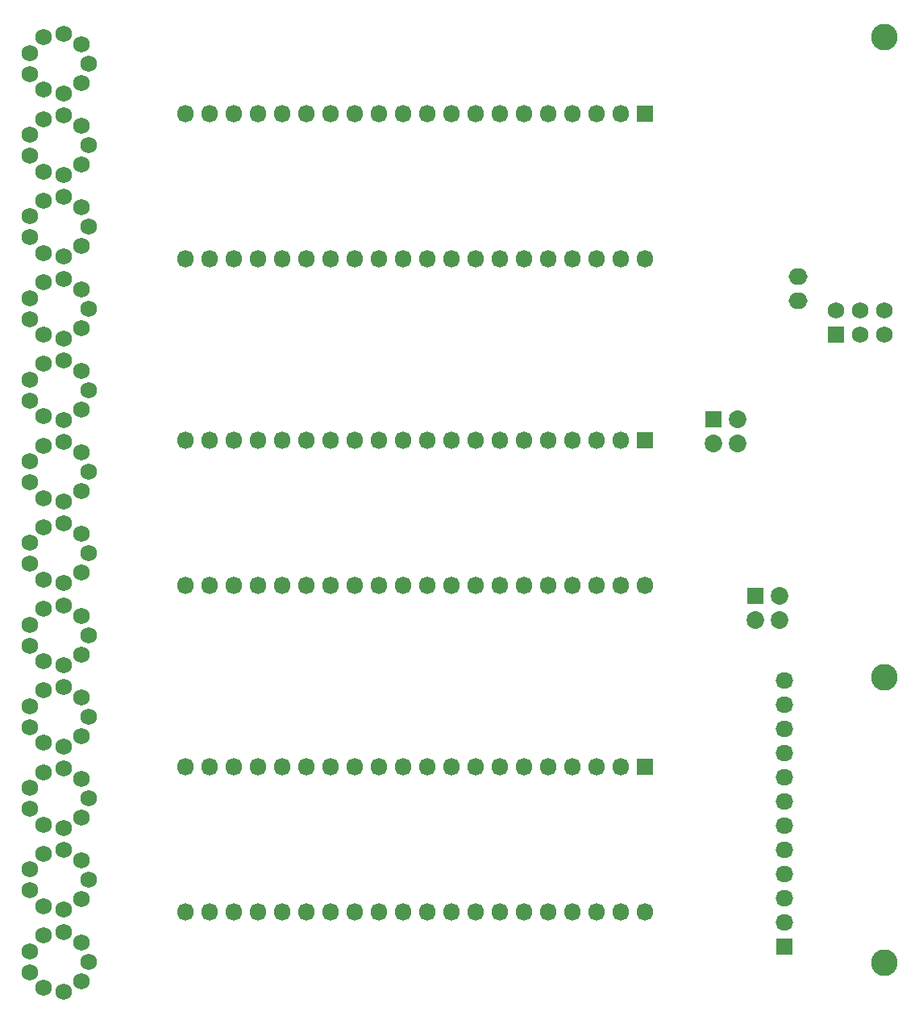
<source format=gbr>
G04 DipTrace 3.1.0.1*
G04 Panal-PCB-rev2-route-component2.BottomMask.gbr*
%MOIN*%
G04 #@! TF.FileFunction,Soldermask,Bot*
G04 #@! TF.Part,Single*
%ADD51C,0.11*%
%ADD67O,0.068031X0.073031*%
%ADD75O,0.078031X0.068031*%
%ADD77R,0.067087X0.067087*%
%ADD79C,0.073031*%
%ADD81O,0.073031X0.068031*%
%ADD83C,0.068031*%
%ADD85R,0.068031X0.068031*%
%FSLAX26Y26*%
G04*
G70*
G90*
G75*
G01*
G04 BotMask*
%LPD*%
D51*
X4028963Y1971995D3*
Y790892D3*
Y4617664D3*
D85*
X3827290Y3390646D3*
D83*
Y3490646D3*
X3927290Y3390646D3*
Y3490646D3*
X4027290Y3390646D3*
Y3490646D3*
D85*
X3614790Y859396D3*
D81*
Y959396D3*
Y1059396D3*
Y1159396D3*
Y1259396D3*
Y1359396D3*
Y1459396D3*
Y1659396D3*
Y1759396D3*
Y1859396D3*
Y1959396D3*
Y1559396D3*
D79*
X3321039Y2940646D3*
X3421039D3*
D77*
X3321039Y3040646D3*
D79*
X3421039D3*
X3496039Y2209396D3*
X3596039D3*
D77*
X3496039Y2309396D3*
D79*
X3596039D3*
D75*
X3671039Y3528147D3*
Y3628147D3*
D77*
X3039790Y4303147D3*
D67*
X2939790D3*
X2839790D3*
X2739790D3*
X2639790D3*
X2539790D3*
X2439790D3*
X2339790D3*
X2239790D3*
X2139790D3*
X2039790D3*
X1939790D3*
X1839790D3*
X1739790D3*
X1639790D3*
X1539790D3*
X1439790D3*
X1339790D3*
X1239790D3*
X1139790D3*
Y3703147D3*
X1239790D3*
X1339790D3*
X1439790D3*
X1539790D3*
X1639790D3*
X1739790D3*
X1839790D3*
X1939790D3*
X2039790D3*
X2139790D3*
X2239790D3*
X2339790D3*
X2439790D3*
X2539790D3*
X2639790D3*
X2739790D3*
X2839790D3*
X2939790D3*
X3039790D3*
D77*
Y2953146D3*
D67*
X2939790D3*
X2839790D3*
X2739790D3*
X2639790D3*
X2539790D3*
X2439790D3*
X2339790D3*
X2239790D3*
X2139790D3*
X2039790D3*
X1939790D3*
X1839790D3*
X1739790D3*
X1639790D3*
X1539790D3*
X1439790D3*
X1339790D3*
X1239790D3*
X1139790D3*
Y2353146D3*
X1239790D3*
X1339790D3*
X1439790D3*
X1539790D3*
X1639790D3*
X1739790D3*
X1839790D3*
X1939790D3*
X2039790D3*
X2139790D3*
X2239790D3*
X2339790D3*
X2439790D3*
X2539790D3*
X2639790D3*
X2739790D3*
X2839790D3*
X2939790D3*
X3039790D3*
D77*
Y1603146D3*
D67*
X2939790D3*
X2839790D3*
X2739790D3*
X2639790D3*
X2539790D3*
X2439790D3*
X2339790D3*
X2239790D3*
X2139790D3*
X2039790D3*
X1939790D3*
X1839790D3*
X1739790D3*
X1639790D3*
X1539790D3*
X1439790D3*
X1339790D3*
X1239790D3*
X1139790D3*
Y1003146D3*
X1239790D3*
X1339790D3*
X1439790D3*
X1539790D3*
X1639790D3*
X1739790D3*
X1839790D3*
X1939790D3*
X2039790D3*
X2139790D3*
X2239790D3*
X2339790D3*
X2439790D3*
X2539790D3*
X2639790D3*
X2739790D3*
X2839790D3*
X2939790D3*
X3039790D3*
D83*
X739790Y4509396D3*
X709790Y4429396D3*
X635790Y4386396D3*
X551790Y4401396D3*
X496790Y4466396D3*
Y4552396D3*
X551790Y4617396D3*
X635790Y4632396D3*
X709790Y4589396D3*
X739790Y4171896D3*
X709790Y4091896D3*
X635790Y4048896D3*
X551790Y4063896D3*
X496790Y4128896D3*
Y4214896D3*
X551790Y4279896D3*
X635790Y4294896D3*
X709790Y4251896D3*
X739790Y3834396D3*
X709790Y3754396D3*
X635790Y3711396D3*
X551790Y3726396D3*
X496790Y3791396D3*
Y3877396D3*
X551790Y3942396D3*
X635790Y3957396D3*
X709790Y3914396D3*
X739790Y3496896D3*
X709790Y3416896D3*
X635790Y3373896D3*
X551790Y3388896D3*
X496790Y3453896D3*
Y3539896D3*
X551790Y3604896D3*
X635790Y3619896D3*
X709790Y3576896D3*
X739790Y3159396D3*
X709790Y3079396D3*
X635790Y3036396D3*
X551790Y3051396D3*
X496790Y3116396D3*
Y3202396D3*
X551790Y3267396D3*
X635790Y3282396D3*
X709790Y3239396D3*
X739790Y2821896D3*
X709790Y2741896D3*
X635790Y2698896D3*
X551790Y2713896D3*
X496790Y2778896D3*
Y2864896D3*
X551790Y2929896D3*
X635790Y2944896D3*
X709790Y2901896D3*
X739790Y2484396D3*
X709790Y2404396D3*
X635790Y2361396D3*
X551790Y2376396D3*
X496790Y2441396D3*
Y2527396D3*
X551790Y2592396D3*
X635790Y2607396D3*
X709790Y2564396D3*
X739790Y2146896D3*
X709790Y2066896D3*
X635790Y2023896D3*
X551790Y2038896D3*
X496790Y2103896D3*
Y2189896D3*
X551790Y2254896D3*
X635790Y2269896D3*
X709790Y2226896D3*
X739790Y1809396D3*
X709790Y1729396D3*
X635790Y1686396D3*
X551790Y1701396D3*
X496790Y1766396D3*
Y1852396D3*
X551790Y1917396D3*
X635790Y1932396D3*
X709790Y1889396D3*
X739790Y1471896D3*
X709790Y1391896D3*
X635790Y1348896D3*
X551790Y1363896D3*
X496790Y1428896D3*
Y1514896D3*
X551790Y1579896D3*
X635790Y1594896D3*
X709790Y1551896D3*
X739790Y1134396D3*
X709790Y1054396D3*
X635790Y1011396D3*
X551790Y1026396D3*
X496790Y1091396D3*
Y1177396D3*
X551790Y1242396D3*
X635790Y1257396D3*
X709790Y1214396D3*
X739790Y796896D3*
X709790Y716896D3*
X635790Y673896D3*
X551790Y688896D3*
X496790Y753896D3*
Y839896D3*
X551790Y904896D3*
X635790Y919896D3*
X709790Y876896D3*
M02*

</source>
